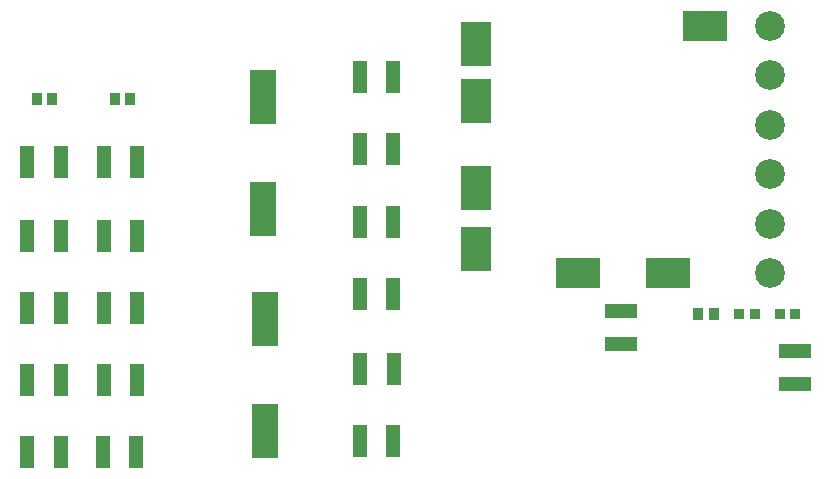
<source format=gtp>
G04*
G04 #@! TF.GenerationSoftware,Altium Limited,Altium Designer,18.0.9 (584)*
G04*
G04 Layer_Color=8421504*
%FSLAX25Y25*%
%MOIN*%
G70*
G01*
G75*
%ADD15R,0.03347X0.03740*%
%ADD16R,0.09055X0.18307*%
%ADD17R,0.05118X0.10630*%
%ADD18R,0.10630X0.05118*%
%ADD19R,0.03543X0.03937*%
%ADD20R,0.14882X0.09882*%
%ADD21R,0.09882X0.14882*%
%ADD22C,0.09882*%
D15*
X454382Y368500D02*
D03*
X459500D02*
D03*
X473000D02*
D03*
X467882D02*
D03*
D16*
X295641Y403500D02*
D03*
Y440902D02*
D03*
X296141Y329299D02*
D03*
Y366701D02*
D03*
D17*
X339094Y326020D02*
D03*
X328070D02*
D03*
X242629Y419035D02*
D03*
X253653D02*
D03*
X242629Y394535D02*
D03*
X253653D02*
D03*
X242629Y370535D02*
D03*
X253653D02*
D03*
X242641Y346535D02*
D03*
X253665D02*
D03*
X242141Y322535D02*
D03*
X253165D02*
D03*
X217129Y419035D02*
D03*
X228153D02*
D03*
X217129Y394535D02*
D03*
X228153D02*
D03*
X217129Y370535D02*
D03*
X228153D02*
D03*
X217129Y346535D02*
D03*
X228153D02*
D03*
X217129Y322535D02*
D03*
X228153D02*
D03*
X339117Y447535D02*
D03*
X328094D02*
D03*
X339117Y423535D02*
D03*
X328094D02*
D03*
X339117Y399035D02*
D03*
X328094D02*
D03*
X339117Y375035D02*
D03*
X328094D02*
D03*
X339141Y350035D02*
D03*
X328117D02*
D03*
D18*
X414941Y369512D02*
D03*
Y358488D02*
D03*
X473000Y356012D02*
D03*
Y344988D02*
D03*
D19*
X446098Y368500D02*
D03*
X440784D02*
D03*
X251456Y440035D02*
D03*
X246141D02*
D03*
X225456D02*
D03*
X220141D02*
D03*
D20*
X400704Y382000D02*
D03*
X430586D02*
D03*
X443106Y464520D02*
D03*
D21*
X366649Y390071D02*
D03*
Y410465D02*
D03*
Y439559D02*
D03*
Y458260D02*
D03*
D22*
X464641Y382000D02*
D03*
Y398535D02*
D03*
Y415031D02*
D03*
Y431528D02*
D03*
Y448024D02*
D03*
Y464520D02*
D03*
M02*

</source>
